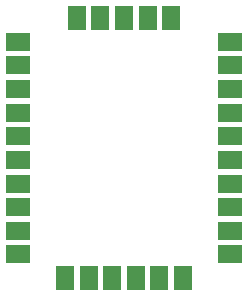
<source format=gbr>
G04 #@! TF.FileFunction,Soldermask,Bot*
%FSLAX46Y46*%
G04 Gerber Fmt 4.6, Leading zero omitted, Abs format (unit mm)*
G04 Created by KiCad (PCBNEW 4.0.7) date 07/19/18 20:32:38*
%MOMM*%
%LPD*%
G01*
G04 APERTURE LIST*
%ADD10C,0.100000*%
%ADD11R,1.500000X1.500000*%
%ADD12R,2.000000X1.500000*%
%ADD13R,1.500000X2.000000*%
G04 APERTURE END LIST*
D10*
D11*
X100000000Y-90000000D03*
D12*
X100000000Y-90000000D03*
D11*
X100000000Y-88000000D03*
D12*
X100000000Y-88000000D03*
D11*
X100000000Y-86000000D03*
X100000000Y-84000000D03*
D12*
X100000000Y-86000000D03*
X100000000Y-84000000D03*
D11*
X100000000Y-96000000D03*
X100000000Y-94000000D03*
X100000000Y-98000000D03*
X100000000Y-92000000D03*
D12*
X100000000Y-96000000D03*
X100000000Y-92000000D03*
X100000000Y-98000000D03*
X100000000Y-94000000D03*
D11*
X100000000Y-80000000D03*
X100000000Y-82000000D03*
D12*
X100000000Y-82000000D03*
X100000000Y-80000000D03*
D11*
X104000000Y-100000000D03*
D13*
X104000000Y-100000000D03*
D11*
X106000000Y-100000000D03*
D13*
X106000000Y-100000000D03*
D11*
X108000000Y-100000000D03*
X110000000Y-100000000D03*
D13*
X108000000Y-100000000D03*
X110000000Y-100000000D03*
D11*
X114000000Y-100000000D03*
X112000000Y-100000000D03*
D13*
X112000000Y-100000000D03*
X114000000Y-100000000D03*
D11*
X118000000Y-86000000D03*
X118000000Y-84000000D03*
X118000000Y-90000000D03*
X118000000Y-88000000D03*
X118000000Y-80000000D03*
X118000000Y-82000000D03*
X118000000Y-96000000D03*
X118000000Y-94000000D03*
X118000000Y-98000000D03*
X118000000Y-92000000D03*
D12*
X118000000Y-86000000D03*
X118000000Y-84000000D03*
X118000000Y-88000000D03*
X118000000Y-90000000D03*
X118000000Y-82000000D03*
X118000000Y-80000000D03*
X118000000Y-96000000D03*
X118000000Y-98000000D03*
X118000000Y-92000000D03*
X118000000Y-94000000D03*
D11*
X107000000Y-78000000D03*
X109000000Y-78000000D03*
X105000000Y-78000000D03*
X111000000Y-78000000D03*
X113000000Y-78000000D03*
D13*
X107000000Y-78000000D03*
X111000000Y-78000000D03*
X105000000Y-78000000D03*
X109000000Y-78000000D03*
X113000000Y-78000000D03*
M02*

</source>
